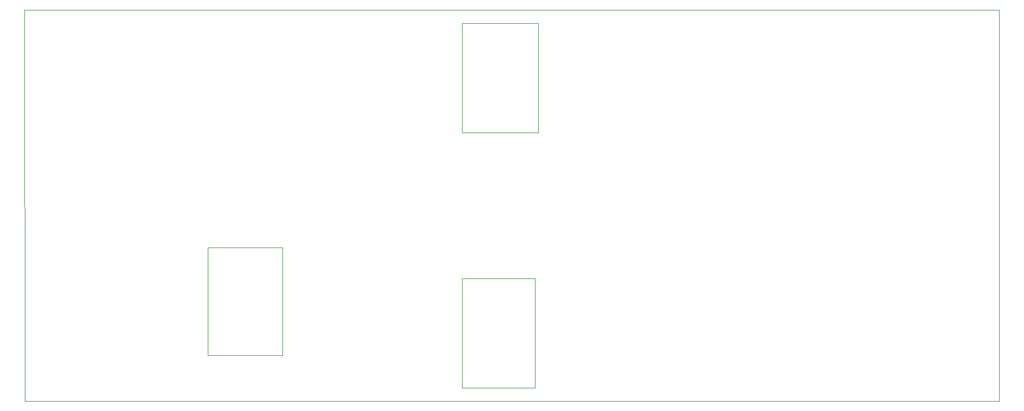
<source format=gbr>
G04 #@! TF.GenerationSoftware,KiCad,Pcbnew,(6.0.0)*
G04 #@! TF.CreationDate,2022-06-01T09:59:34+02:00*
G04 #@! TF.ProjectId,rfamp3,7266616d-7033-42e6-9b69-6361645f7063,rev?*
G04 #@! TF.SameCoordinates,Original*
G04 #@! TF.FileFunction,Profile,NP*
%FSLAX46Y46*%
G04 Gerber Fmt 4.6, Leading zero omitted, Abs format (unit mm)*
G04 Created by KiCad (PCBNEW (6.0.0)) date 2022-06-01 09:59:34*
%MOMM*%
%LPD*%
G01*
G04 APERTURE LIST*
G04 #@! TA.AperFunction,Profile*
%ADD10C,0.050000*%
G04 #@! TD*
G04 APERTURE END LIST*
D10*
X210820000Y-104140000D02*
X61490000Y-104130000D01*
X89535000Y-97155000D02*
X89535000Y-80645000D01*
X100965000Y-97155000D02*
X89535000Y-97155000D01*
X100965000Y-80645000D02*
X100965000Y-97155000D01*
X89535000Y-80645000D02*
X100965000Y-80645000D01*
X128524000Y-85344000D02*
X128524000Y-102108000D01*
X139700000Y-85344000D02*
X139700000Y-102108000D01*
X139700000Y-102108000D02*
X128524000Y-102108000D01*
X128524000Y-85344000D02*
X139700000Y-85344000D01*
X128524000Y-46228000D02*
X140208000Y-46228000D01*
X128524000Y-62992000D02*
X128524000Y-46228000D01*
X140208000Y-62992000D02*
X128524000Y-62992000D01*
X140208000Y-46228000D02*
X140208000Y-62992000D01*
X61490000Y-104130000D02*
X61468000Y-44185840D01*
X210820000Y-44196000D02*
X210820000Y-104140000D01*
X61468000Y-44185840D02*
X210820000Y-44196000D01*
M02*

</source>
